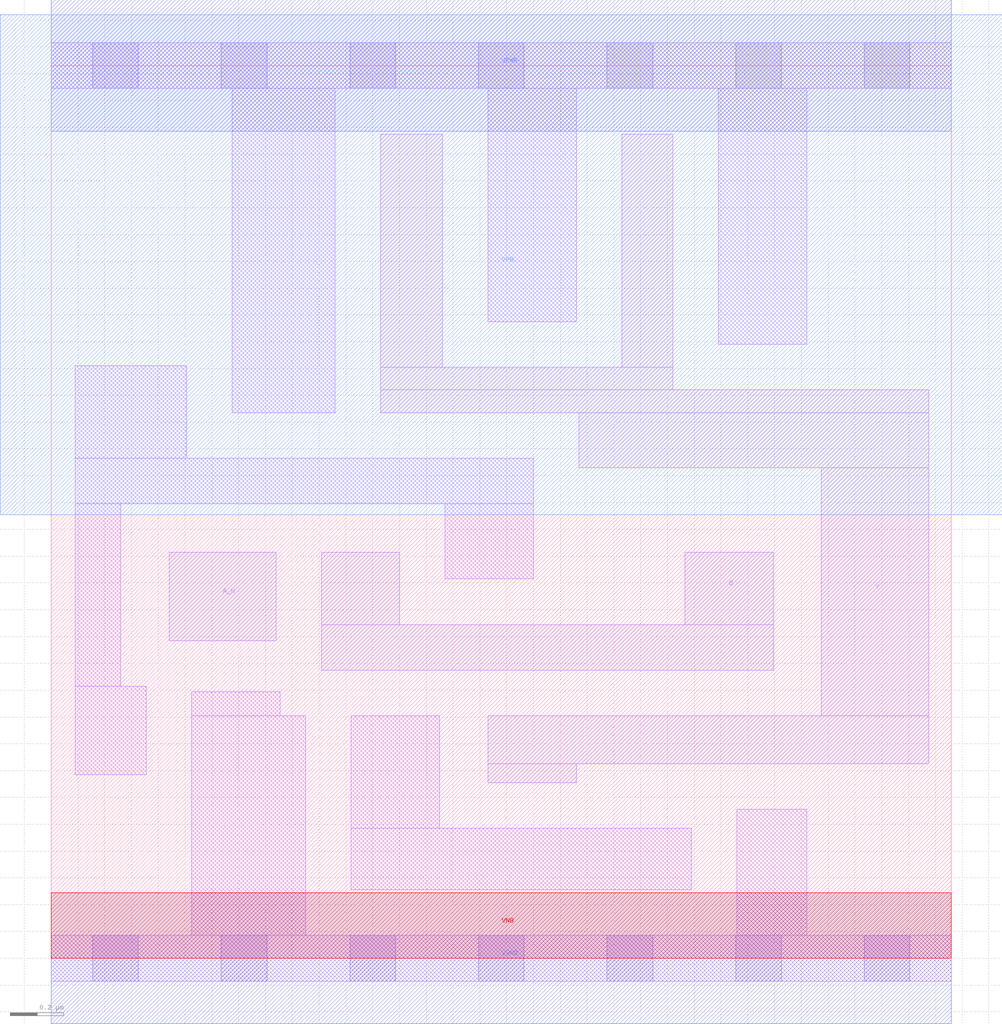
<source format=lef>
# Copyright 2020 The SkyWater PDK Authors
#
# Licensed under the Apache License, Version 2.0 (the "License");
# you may not use this file except in compliance with the License.
# You may obtain a copy of the License at
#
#     https://www.apache.org/licenses/LICENSE-2.0
#
# Unless required by applicable law or agreed to in writing, software
# distributed under the License is distributed on an "AS IS" BASIS,
# WITHOUT WARRANTIES OR CONDITIONS OF ANY KIND, either express or implied.
# See the License for the specific language governing permissions and
# limitations under the License.
#
# SPDX-License-Identifier: Apache-2.0

VERSION 5.7 ;
  NOWIREEXTENSIONATPIN ON ;
  DIVIDERCHAR "/" ;
  BUSBITCHARS "[]" ;
MACRO sky130_fd_sc_lp__nand2b_2
  CLASS CORE ;
  FOREIGN sky130_fd_sc_lp__nand2b_2 ;
  ORIGIN  0.000000  0.000000 ;
  SIZE  3.360000 BY  3.330000 ;
  SYMMETRY X Y R90 ;
  SITE unit ;
  PIN A_N
    ANTENNAGATEAREA  0.126000 ;
    DIRECTION INPUT ;
    USE SIGNAL ;
    PORT
      LAYER li1 ;
        RECT 0.440000 1.185000 0.840000 1.515000 ;
    END
  END A_N
  PIN B
    ANTENNAGATEAREA  0.630000 ;
    DIRECTION INPUT ;
    USE SIGNAL ;
    PORT
      LAYER li1 ;
        RECT 1.010000 1.075000 2.695000 1.245000 ;
        RECT 1.010000 1.245000 1.300000 1.515000 ;
        RECT 2.365000 1.245000 2.695000 1.515000 ;
    END
  END B
  PIN Y
    ANTENNADIFFAREA  0.970200 ;
    DIRECTION OUTPUT ;
    USE SIGNAL ;
    PORT
      LAYER li1 ;
        RECT 1.230000 2.035000 3.275000 2.120000 ;
        RECT 1.230000 2.120000 2.320000 2.205000 ;
        RECT 1.230000 2.205000 1.460000 3.075000 ;
        RECT 1.630000 0.655000 1.960000 0.725000 ;
        RECT 1.630000 0.725000 3.275000 0.905000 ;
        RECT 1.970000 1.830000 3.275000 2.035000 ;
        RECT 2.130000 2.205000 2.320000 3.075000 ;
        RECT 2.875000 0.905000 3.275000 1.830000 ;
    END
  END Y
  PIN VGND
    DIRECTION INOUT ;
    USE GROUND ;
    PORT
      LAYER met1 ;
        RECT 0.000000 -0.245000 3.360000 0.245000 ;
    END
  END VGND
  PIN VNB
    DIRECTION INOUT ;
    USE GROUND ;
    PORT
      LAYER pwell ;
        RECT 0.000000 0.000000 3.360000 0.245000 ;
    END
  END VNB
  PIN VPB
    DIRECTION INOUT ;
    USE POWER ;
    PORT
      LAYER nwell ;
        RECT -0.190000 1.655000 3.550000 3.520000 ;
    END
  END VPB
  PIN VPWR
    DIRECTION INOUT ;
    USE POWER ;
    PORT
      LAYER met1 ;
        RECT 0.000000 3.085000 3.360000 3.575000 ;
    END
  END VPWR
  OBS
    LAYER li1 ;
      RECT 0.000000 -0.085000 3.360000 0.085000 ;
      RECT 0.000000  3.245000 3.360000 3.415000 ;
      RECT 0.090000  0.685000 0.355000 1.015000 ;
      RECT 0.090000  1.015000 0.260000 1.695000 ;
      RECT 0.090000  1.695000 1.800000 1.865000 ;
      RECT 0.090000  1.865000 0.505000 2.210000 ;
      RECT 0.525000  0.085000 0.950000 0.905000 ;
      RECT 0.525000  0.905000 0.855000 0.995000 ;
      RECT 0.675000  2.035000 1.060000 3.245000 ;
      RECT 1.120000  0.255000 2.390000 0.485000 ;
      RECT 1.120000  0.485000 1.450000 0.905000 ;
      RECT 1.470000  1.415000 1.800000 1.695000 ;
      RECT 1.630000  2.375000 1.960000 3.245000 ;
      RECT 2.490000  2.290000 2.820000 3.245000 ;
      RECT 2.560000  0.085000 2.820000 0.555000 ;
    LAYER mcon ;
      RECT 0.155000 -0.085000 0.325000 0.085000 ;
      RECT 0.155000  3.245000 0.325000 3.415000 ;
      RECT 0.635000 -0.085000 0.805000 0.085000 ;
      RECT 0.635000  3.245000 0.805000 3.415000 ;
      RECT 1.115000 -0.085000 1.285000 0.085000 ;
      RECT 1.115000  3.245000 1.285000 3.415000 ;
      RECT 1.595000 -0.085000 1.765000 0.085000 ;
      RECT 1.595000  3.245000 1.765000 3.415000 ;
      RECT 2.075000 -0.085000 2.245000 0.085000 ;
      RECT 2.075000  3.245000 2.245000 3.415000 ;
      RECT 2.555000 -0.085000 2.725000 0.085000 ;
      RECT 2.555000  3.245000 2.725000 3.415000 ;
      RECT 3.035000 -0.085000 3.205000 0.085000 ;
      RECT 3.035000  3.245000 3.205000 3.415000 ;
  END
END sky130_fd_sc_lp__nand2b_2
END LIBRARY

</source>
